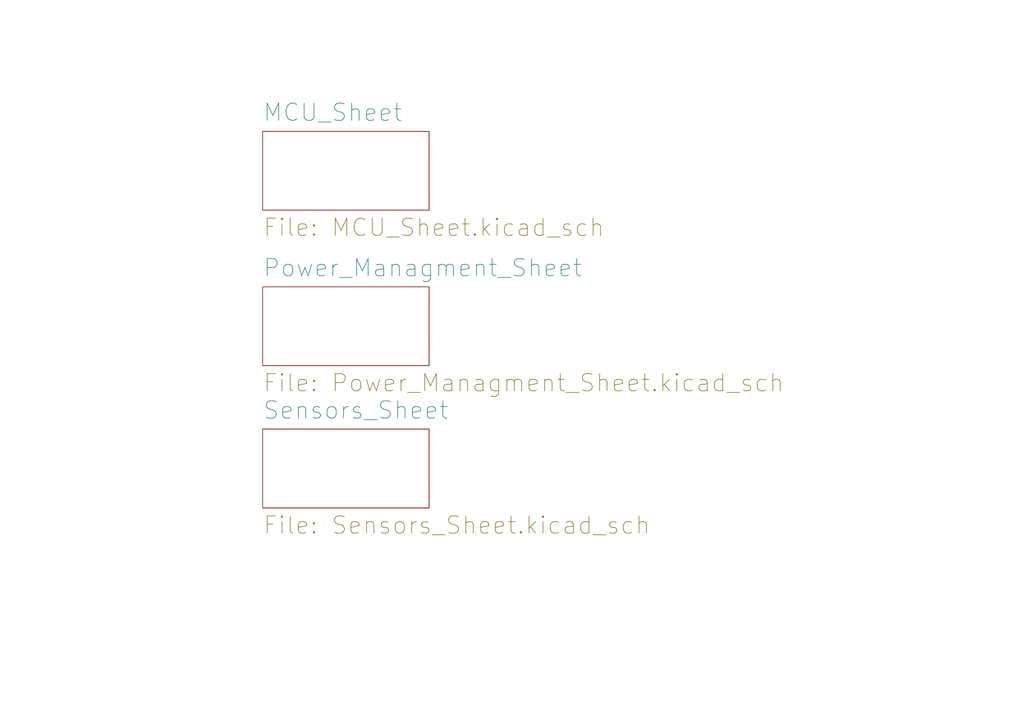
<source format=kicad_sch>
(kicad_sch (version 20220404) (generator eeschema)
  (paper "A4")
  (title_block (title "Watchy-Esp32-s3") (date "2022-07-22") (rev "V1") (company "MrT Stephens"))
  (lib_symbols)
  (sheet (at 76.2 83.185) (size 48.26 22.86) (stroke (width 0.1524))
    (property "Sheetname" "Power_Managment_Sheet" (at 76.2 80.6084 0) (effects (font (size 5 5)) (justify left bottom)))
    (property "Sheetfile" "Power_Managment_Sheet.kicad_sch" (at 76.2 108.1216 0) (effects (font (size 5 5)) (justify left top)))
  )
  (sheet (at 76.2 38.1) (size 48.26 22.86) (stroke (width 0.1524))
    (property "Sheetname" "MCU_Sheet" (at 76.2 35.5234 0) (effects (font (size 5 5)) (justify left bottom)))
    (property "Sheetfile" "MCU_Sheet.kicad_sch" (at 76.2 63.0366 0) (effects (font (size 5 5)) (justify left top)))
  )
  (sheet (at 76.2 124.46) (size 48.26 22.86) (stroke (width 0.1524))
    (property "Sheetname" "Sensors_Sheet" (at 76.2 121.8834 0) (effects (font (size 5 5)) (justify left bottom)))
    (property "Sheetfile" "Sensors_Sheet.kicad_sch" (at 76.2 149.3966 0) (effects (font (size 5 5)) (justify left top)))
  )
)
</source>
